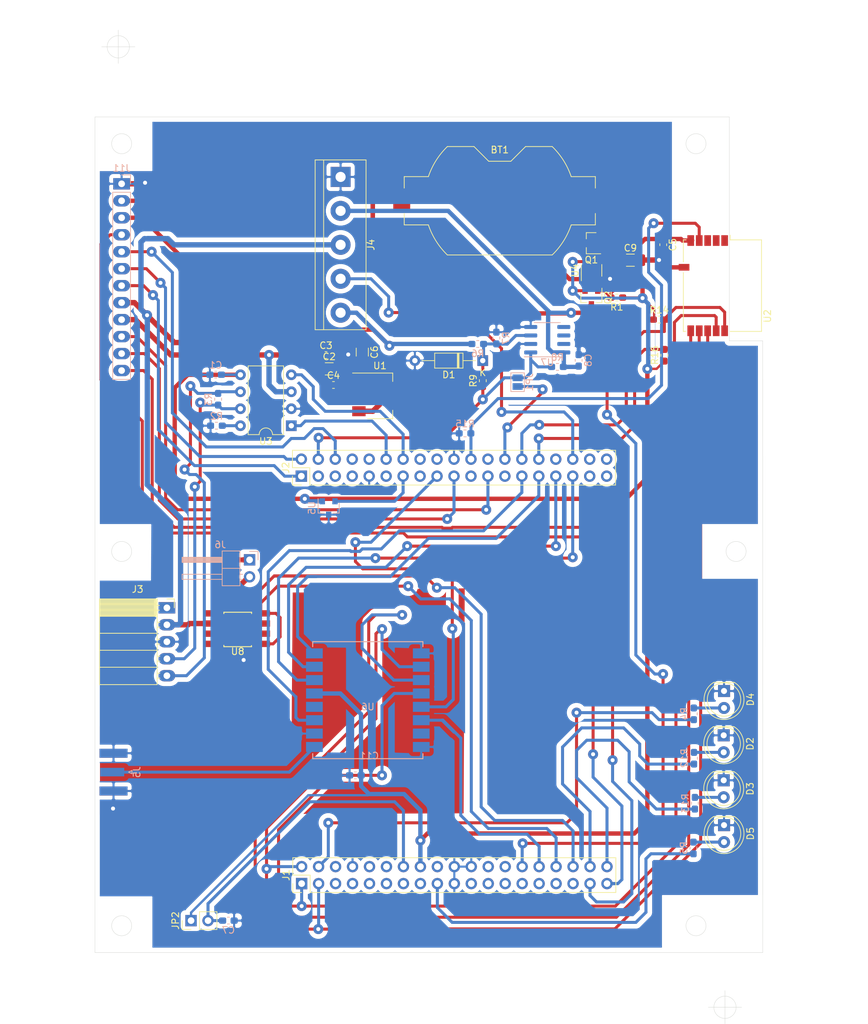
<source format=kicad_pcb>
(kicad_pcb (version 20221018) (generator pcbnew)

  (general
    (thickness 1.6)
  )

  (paper "A4")
  (layers
    (0 "F.Cu" signal)
    (31 "B.Cu" signal)
    (32 "B.Adhes" user "B.Adhesive")
    (33 "F.Adhes" user "F.Adhesive")
    (34 "B.Paste" user)
    (35 "F.Paste" user)
    (36 "B.SilkS" user "B.Silkscreen")
    (37 "F.SilkS" user "F.Silkscreen")
    (38 "B.Mask" user)
    (39 "F.Mask" user)
    (40 "Dwgs.User" user "User.Drawings")
    (41 "Cmts.User" user "User.Comments")
    (42 "Eco1.User" user "User.Eco1")
    (43 "Eco2.User" user "User.Eco2")
    (44 "Edge.Cuts" user)
    (45 "Margin" user)
    (46 "B.CrtYd" user "B.Courtyard")
    (47 "F.CrtYd" user "F.Courtyard")
    (48 "B.Fab" user)
    (49 "F.Fab" user)
  )

  (setup
    (pad_to_mask_clearance 0)
    (pcbplotparams
      (layerselection 0x0000000_7fffffff)
      (plot_on_all_layers_selection 0x0001000_00000000)
      (disableapertmacros false)
      (usegerberextensions false)
      (usegerberattributes true)
      (usegerberadvancedattributes true)
      (creategerberjobfile true)
      (dashed_line_dash_ratio 12.000000)
      (dashed_line_gap_ratio 3.000000)
      (svgprecision 4)
      (plotframeref false)
      (viasonmask false)
      (mode 1)
      (useauxorigin false)
      (hpglpennumber 1)
      (hpglpenspeed 20)
      (hpglpendiameter 15.000000)
      (dxfpolygonmode true)
      (dxfimperialunits true)
      (dxfusepcbnewfont true)
      (psnegative false)
      (psa4output false)
      (plotreference true)
      (plotvalue true)
      (plotinvisibletext true)
      (sketchpadsonfab false)
      (subtractmaskfromsilk false)
      (outputformat 4)
      (mirror true)
      (drillshape 1)
      (scaleselection 1)
      (outputdirectory "")
    )
  )

  (net 0 "")
  (net 1 "GND")
  (net 2 "Net-(BT1-Pad1)")
  (net 3 "+5V")
  (net 4 "CAN_TXD")
  (net 5 "PWR_EN")
  (net 6 "CAN_RXD")
  (net 7 "Net-(D4-Pad2)")
  (net 8 "Net-(D5-Pad2)")
  (net 9 "ERR_LED")
  (net 10 "MOSI")
  (net 11 "MISO")
  (net 12 "CAN_LED")
  (net 13 "SCK")
  (net 14 "~{BLE_INT}")
  (net 15 "/CAN_L")
  (net 16 "/CAN_H")
  (net 17 "Net-(R2-Pad1)")
  (net 18 "+3V3")
  (net 19 "VBUS")
  (net 20 "AIN_TEMP")
  (net 21 "Net-(C7-Pad1)")
  (net 22 "ZeroCrossing")
  (net 23 "VCC_ON")
  (net 24 "Net-(D1-Pad1)")
  (net 25 "AIN_I_Valves")
  (net 26 "AIN_I_Drives")
  (net 27 "Net-(J2-Pad26)")
  (net 28 "VAA")
  (net 29 "Net-(J5-Pad1)")
  (net 30 "Net-(D2-Pad2)")
  (net 31 "Net-(D3-Pad2)")
  (net 32 "RADIO_LED0")
  (net 33 "RADIO_LED1")
  (net 34 "~{RADIO_RESET}")
  (net 35 "RADIO_DIO0")
  (net 36 "RADIO_DIO1")
  (net 37 "~{BLE_CS}")
  (net 38 "RADIO_DIO2")
  (net 39 "~{BLE_RST}")
  (net 40 "RADIO_DIO3")
  (net 41 "AC_MOTOR_PWM")
  (net 42 "~{RADIO_NSS}")
  (net 43 "LATCH_OUT")
  (net 44 "CLK_OUT")
  (net 45 "DATA_OUT")
  (net 46 "Net-(J1-Pad33)")
  (net 47 "Net-(J1-Pad31)")
  (net 48 "Net-(J1-Pad29)")
  (net 49 "Net-(J1-Pad27)")
  (net 50 "Net-(J1-Pad26)")
  (net 51 "Net-(J1-Pad25)")
  (net 52 "Net-(J1-Pad24)")
  (net 53 "Net-(J1-Pad23)")
  (net 54 "Net-(J1-Pad18)")
  (net 55 "Net-(J1-Pad15)")
  (net 56 "Net-(J1-Pad13)")
  (net 57 "Net-(J1-Pad12)")
  (net 58 "Net-(J1-Pad11)")
  (net 59 "Net-(J1-Pad10)")
  (net 60 "Net-(J1-Pad9)")
  (net 61 "Net-(J1-Pad7)")
  (net 62 "Net-(J1-Pad6)")
  (net 63 "Net-(J1-Pad5)")
  (net 64 "Net-(J2-Pad38)")
  (net 65 "Net-(J2-Pad37)")
  (net 66 "Net-(J2-Pad36)")
  (net 67 "Net-(J2-Pad35)")
  (net 68 "Net-(J2-Pad32)")
  (net 69 "Net-(J2-Pad25)")
  (net 70 "Net-(J2-Pad24)")
  (net 71 "Net-(J2-Pad21)")
  (net 72 "Net-(J2-Pad18)")
  (net 73 "Net-(J2-Pad16)")
  (net 74 "Net-(J2-Pad15)")
  (net 75 "Net-(J2-Pad11)")
  (net 76 "Net-(J2-Pad10)")
  (net 77 "Net-(J2-Pad8)")
  (net 78 "Net-(J2-Pad7)")
  (net 79 "Net-(J2-Pad5)")
  (net 80 "Net-(J2-Pad3)")
  (net 81 "Net-(J3-Pad1)")
  (net 82 "Net-(U2-Pad3)")
  (net 83 "Net-(U2-Pad2)")
  (net 84 "Net-(U2-Pad1)")
  (net 85 "Net-(U6-Pad4)")
  (net 86 "Net-(U6-Pad15)")
  (net 87 "REV_H_BRIDGE")
  (net 88 "FWD_H_BRIDGE")
  (net 89 "Net-(J6-Pad2)")
  (net 90 "Net-(J6-Pad1)")
  (net 91 "Net-(Q1-Pad1)")
  (net 92 "Net-(J1-Pad21)")
  (net 93 "Net-(Q2-Pad1)")
  (net 94 "~{OE}")

  (footprint "Capacitor_SMD:C_1206_3216Metric_Pad1.42x1.75mm_HandSolder" (layer "F.Cu") (at 93.5878 75.1856))

  (footprint "Capacitor_SMD:C_0603_1608Metric_Pad1.08x0.95mm_HandSolder" (layer "F.Cu") (at 94.2228 77.5986))

  (footprint "Capacitor_SMD:C_0603_1608Metric_Pad1.08x0.95mm_HandSolder" (layer "F.Cu") (at 143.603 56.618 -90))

  (footprint "Capacitor_SMD:C_0603_1608Metric_Pad1.08x0.95mm_HandSolder" (layer "F.Cu") (at 93.1037 73.1266))

  (footprint "LED_THT:LED_D5.0mm" (layer "F.Cu") (at 152.702 123.382 -90))

  (footprint "LED_THT:LED_D5.0mm" (layer "F.Cu") (at 152.702 143.448 -90))

  (footprint "Connector_PinHeader_2.54mm:PinHeader_2x19_P2.54mm_Vertical" (layer "F.Cu") (at 89.4588 152.1968 90))

  (footprint "Connector_PinHeader_2.54mm:PinHeader_2x19_P2.54mm_Vertical" (layer "F.Cu") (at 89.41 91.24 90))

  (footprint "Connector_PinSocket_2.54mm:PinSocket_1x05_P2.54mm_Horizontal" (layer "F.Cu") (at 69.2785 110.9345))

  (footprint "RF_Module:ST_SPBTLE" (layer "F.Cu") (at 149.606 62.738 -90))

  (footprint "Package_TO_SOT_SMD:SOT-223" (layer "F.Cu") (at 101.1824 79.2242))

  (footprint "Capacitor_SMD:C_1206_3216Metric_Pad1.42x1.75mm_HandSolder" (layer "F.Cu") (at 98.5393 72.6821 -90))

  (footprint "Package_DIP:DIP-8_W7.62mm" (layer "F.Cu") (at 87.9094 83.693 180))

  (footprint "Diode_THT:D_DO-35_SOD27_P10.16mm_Horizontal" (layer "F.Cu") (at 116.5733 73.9521 180))

  (footprint "TerminalBlock:TerminalBlock_bornier-5_P5.08mm" (layer "F.Cu") (at 95.2881 46.4693 -90))

  (footprint "LED_THT:LED_D5.0mm" (layer "F.Cu") (at 152.654 130.01 -90))

  (footprint "LED_THT:LED_D5.0mm" (layer "F.Cu") (at 152.654 136.741 -90))

  (footprint "Package_SO:Diodes_SM-8" (layer "F.Cu") (at 79.883 114.173 180))

  (footprint "Resistor_SMD:R_0603_1608Metric_Pad1.05x0.95mm_HandSolder" (layer "F.Cu") (at 143.002 67.818))

  (footprint "Resistor_SMD:R_0603_1608Metric_Pad1.05x0.95mm_HandSolder" (layer "F.Cu") (at 143.764 73.152 90))

  (footprint "Battery:BatteryHolder_Keystone_1058_1x2032" (layer "F.Cu") (at 119.126 50.038 180))

  (footprint "Capacitor_SMD:C_1206_3216Metric_Pad1.42x1.75mm_HandSolder" (layer "F.Cu") (at 138.684 58.928))

  (footprint "Resistor_SMD:R_0603_1608Metric_Pad1.05x0.95mm_HandSolder" (layer "F.Cu") (at 136.652 64.516 180))

  (footprint "Package_TO_SOT_SMD:TSOT-23-6" (layer "F.Cu") (at 132.842 60.452 90))

  (footprint "Package_TO_SOT_SMD:SOT-23" (layer "F.Cu") (at 132.842 56.388 180))

  (footprint "Package_TO_SOT_SMD:SOT-23" (layer "F.Cu") (at 132.842 64.516 -90))

  (footprint "Resistor_SMD:R_0603_1608Metric_Pad1.05x0.95mm_HandSolder" (layer "F.Cu") (at 116.586 76.962 90))

  (footprint "Connector_PinHeader_2.54mm:PinHeader_1x02_P2.54mm_Vertical" (layer "F.Cu") (at 72.898 157.734 90))

  (footprint "Resistor_SMD:R_0603_1608Metric_Pad1.05x0.95mm_HandSolder" (layer "B.Cu") (at 76.6953 83.693 180))

  (footprint "Resistor_SMD:R_0603_1608Metric_Pad1.05x0.95mm_HandSolder" (layer "B.Cu") (at 76.9493 79.7306 -90))

  (footprint "Resistor_SMD:R_0603_1608Metric_Pad1.05x0.95mm_HandSolder" (layer "B.Cu") (at 148.175 126.797 -90))

  (footprint "Resistor_SMD:R_0603_1608Metric_Pad1.05x0.95mm_HandSolder" (layer "B.Cu") (at 148.127 146.863 -90))

  (footprint "Package_TO_SOT_SMD:SOT-23" (layer "B.Cu") (at 93.5 96 -90))

  (footprint "Capacitor_SMD:C_0603_1608Metric_Pad1.08x0.95mm_HandSolder" (layer "B.Cu") (at 76.5821 76.0603 180))

  (footprint "Capacitor_SMD:C_0603_1608Metric_Pad1.08x0.95mm_HandSolder" (layer "B.Cu") (at 78.486 157.734))

  (footprint "Capacitor_SMD:C_0603_1608Metric_Pad1.08x0.95mm_HandSolder" (layer "B.Cu") (at 130.937 73.914 90))

  (footprint "Connector_PinHeader_2.54mm:PinHeader_1x12_P2.54mm_Vertical" (layer "B.Cu") (at 62.5 47.5 180))

  (footprint "Jumper:SolderJumper-2_P1.3mm_Open_Pad1.0x1.5mm" (layer "B.Cu") (at 121.791 77.177 90))

  (footprint "Resistor_SMD:R_0603_1608Metric_Pad1.05x0.95mm_HandSolder" (layer "B.Cu") (at 115.822 71.462))

  (footprint "Resistor_SMD:R_0603_1608Metric_Pad1.05x0.95mm_HandSolder" (layer "B.Cu") (at 118.616 70.573 90))

  (footprint "Resistor_SMD:R_0603_1608Metric_Pad1.05x0.95mm_HandSolder" (layer "B.Cu") (at 127.76 74.891 180))

  (footprint "Package_SO:SOIC-8_3.9x4.9mm_P1.27mm" (layer "B.Cu") (at 126.236 70.827))

  (footprint "Capacitor_SMD:C_0603_1608Metric_Pad1.08x0.95mm_HandSolder" (layer "B.Cu") (at 97.5 136 180))

  (footprint "Connector_Coaxial:SMA_Samtec_SMA-J-P-H-ST-EM1_EdgeMount" (layer "B.Cu") (at 61.2902 135.5161 180))

  (footprint "RF_Module:Ai-Thinker-Ra-01-LoRa" (layer "B.Cu") (at 99.3648 124.7521))

  (footprint "Resistor_SMD:R_0603_1608Metric_Pad1.05x0.95mm_HandSolder" (layer "B.Cu") (at 148.209 133.439 -90))

  (footprint "Resistor_SMD:R_0603_1608Metric_Pad1.05x0.95mm_HandSolder" (layer "B.Cu")
    (tstamp 00000000-0000-0000-0000-0000615ff54c)
    (at 148.336 140.17 -90)
    (descr "Resistor SMD 0603 (1608 Metri
... [283610 chars truncated]
</source>
